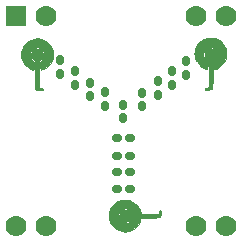
<source format=gbr>
%TF.GenerationSoftware,KiCad,Pcbnew,(6.0.7-1)-1*%
%TF.CreationDate,2022-10-05T00:05:41-06:00*%
%TF.ProjectId,FluxCapacitor,466c7578-4361-4706-9163-69746f722e6b,rev?*%
%TF.SameCoordinates,Original*%
%TF.FileFunction,Soldermask,Top*%
%TF.FilePolarity,Negative*%
%FSLAX46Y46*%
G04 Gerber Fmt 4.6, Leading zero omitted, Abs format (unit mm)*
G04 Created by KiCad (PCBNEW (6.0.7-1)-1) date 2022-10-05 00:05:41*
%MOMM*%
%LPD*%
G01*
G04 APERTURE LIST*
G04 Aperture macros list*
%AMRoundRect*
0 Rectangle with rounded corners*
0 $1 Rounding radius*
0 $2 $3 $4 $5 $6 $7 $8 $9 X,Y pos of 4 corners*
0 Add a 4 corners polygon primitive as box body*
4,1,4,$2,$3,$4,$5,$6,$7,$8,$9,$2,$3,0*
0 Add four circle primitives for the rounded corners*
1,1,$1+$1,$2,$3*
1,1,$1+$1,$4,$5*
1,1,$1+$1,$6,$7*
1,1,$1+$1,$8,$9*
0 Add four rect primitives between the rounded corners*
20,1,$1+$1,$2,$3,$4,$5,0*
20,1,$1+$1,$4,$5,$6,$7,0*
20,1,$1+$1,$6,$7,$8,$9,0*
20,1,$1+$1,$8,$9,$2,$3,0*%
G04 Aperture macros list end*
%ADD10C,0.010000*%
%ADD11RoundRect,0.160000X0.160000X-0.222500X0.160000X0.222500X-0.160000X0.222500X-0.160000X-0.222500X0*%
%ADD12RoundRect,0.160000X-0.222500X-0.160000X0.222500X-0.160000X0.222500X0.160000X-0.222500X0.160000X0*%
%ADD13R,1.778000X1.778000*%
%ADD14C,1.778000*%
G04 APERTURE END LIST*
%TO.C,Ref\u002A\u002A*%
G36*
X114515210Y-85420569D02*
G01*
X114686224Y-85517164D01*
X114800942Y-85666951D01*
X114849396Y-85860766D01*
X114850334Y-85894334D01*
X114823086Y-86054377D01*
X114752626Y-86203276D01*
X114655875Y-86307235D01*
X114638229Y-86317901D01*
X114599430Y-86346904D01*
X114531000Y-86395144D01*
X114521000Y-86483000D01*
X114521000Y-87133000D01*
X114521346Y-87197875D01*
X114521000Y-87206667D01*
X114521000Y-87373000D01*
X114511000Y-87573000D01*
X114501000Y-87827374D01*
X114491000Y-88012048D01*
X114469334Y-88817429D01*
X114360744Y-88858715D01*
X114254849Y-88883906D01*
X114120273Y-88897277D01*
X113988440Y-88898005D01*
X113890774Y-88885264D01*
X113862556Y-88871778D01*
X113831496Y-88801653D01*
X113871845Y-88747593D01*
X113950750Y-88730019D01*
X114019923Y-88728992D01*
X114073997Y-88720664D01*
X114114548Y-88695869D01*
X114143147Y-88645442D01*
X114161370Y-88560218D01*
X114170789Y-88431031D01*
X114172978Y-88248718D01*
X114169510Y-88004112D01*
X114161960Y-87688048D01*
X114157758Y-87524315D01*
X114128832Y-86394917D01*
X113981583Y-86256044D01*
X113892487Y-86161897D01*
X113848873Y-86074667D01*
X113835044Y-85955939D01*
X113834334Y-85895685D01*
X113841603Y-85753336D01*
X113873807Y-85655549D01*
X113946540Y-85562734D01*
X113978267Y-85530267D01*
X114089309Y-85435580D01*
X114194929Y-85393845D01*
X114297869Y-85386334D01*
X114515210Y-85420569D01*
G37*
D10*
X114515210Y-85420569D02*
X114686224Y-85517164D01*
X114800942Y-85666951D01*
X114849396Y-85860766D01*
X114850334Y-85894334D01*
X114823086Y-86054377D01*
X114752626Y-86203276D01*
X114655875Y-86307235D01*
X114638229Y-86317901D01*
X114599430Y-86346904D01*
X114531000Y-86395144D01*
X114521000Y-86483000D01*
X114521000Y-87133000D01*
X114521346Y-87197875D01*
X114521000Y-87206667D01*
X114521000Y-87373000D01*
X114511000Y-87573000D01*
X114501000Y-87827374D01*
X114491000Y-88012048D01*
X114469334Y-88817429D01*
X114360744Y-88858715D01*
X114254849Y-88883906D01*
X114120273Y-88897277D01*
X113988440Y-88898005D01*
X113890774Y-88885264D01*
X113862556Y-88871778D01*
X113831496Y-88801653D01*
X113871845Y-88747593D01*
X113950750Y-88730019D01*
X114019923Y-88728992D01*
X114073997Y-88720664D01*
X114114548Y-88695869D01*
X114143147Y-88645442D01*
X114161370Y-88560218D01*
X114170789Y-88431031D01*
X114172978Y-88248718D01*
X114169510Y-88004112D01*
X114161960Y-87688048D01*
X114157758Y-87524315D01*
X114128832Y-86394917D01*
X113981583Y-86256044D01*
X113892487Y-86161897D01*
X113848873Y-86074667D01*
X113835044Y-85955939D01*
X113834334Y-85895685D01*
X113841603Y-85753336D01*
X113873807Y-85655549D01*
X113946540Y-85562734D01*
X113978267Y-85530267D01*
X114089309Y-85435580D01*
X114194929Y-85393845D01*
X114297869Y-85386334D01*
X114515210Y-85420569D01*
G36*
X107314858Y-99086778D02*
G01*
X107424187Y-99162043D01*
X107469584Y-99205195D01*
X107543023Y-99274135D01*
X107587256Y-99343000D01*
X107657256Y-99383000D01*
X107817256Y-99383000D01*
X108017256Y-99393000D01*
X108182183Y-99393000D01*
X108419715Y-99394941D01*
X108693482Y-99402792D01*
X108979266Y-99408791D01*
X109157423Y-99411322D01*
X109919423Y-99419834D01*
X109940590Y-99272147D01*
X109978598Y-99153225D01*
X110035840Y-99110293D01*
X110077612Y-99113508D01*
X110100100Y-99155343D01*
X110108894Y-99253522D01*
X110109923Y-99345138D01*
X110101276Y-99492007D01*
X110078959Y-99610524D01*
X110057006Y-99660711D01*
X110030604Y-99680743D01*
X109980432Y-99697124D01*
X109897377Y-99710530D01*
X109772324Y-99721635D01*
X109596159Y-99731115D01*
X109359768Y-99739645D01*
X109054038Y-99747899D01*
X108801407Y-99753710D01*
X108450148Y-99761712D01*
X108177256Y-99763000D01*
X107617256Y-99763000D01*
X107577256Y-99823000D01*
X107554050Y-99846530D01*
X107539420Y-99864816D01*
X107407323Y-99985575D01*
X107231504Y-100055818D01*
X107041495Y-100067482D01*
X106913756Y-100035613D01*
X106761251Y-99934970D01*
X106662567Y-99793536D01*
X106615826Y-99628640D01*
X106619151Y-99457612D01*
X106670664Y-99297782D01*
X106768488Y-99166480D01*
X106910746Y-99081035D01*
X107019590Y-99058753D01*
X107191204Y-99055997D01*
X107314858Y-99086778D01*
G37*
X107314858Y-99086778D02*
X107424187Y-99162043D01*
X107469584Y-99205195D01*
X107543023Y-99274135D01*
X107587256Y-99343000D01*
X107657256Y-99383000D01*
X107817256Y-99383000D01*
X108017256Y-99393000D01*
X108182183Y-99393000D01*
X108419715Y-99394941D01*
X108693482Y-99402792D01*
X108979266Y-99408791D01*
X109157423Y-99411322D01*
X109919423Y-99419834D01*
X109940590Y-99272147D01*
X109978598Y-99153225D01*
X110035840Y-99110293D01*
X110077612Y-99113508D01*
X110100100Y-99155343D01*
X110108894Y-99253522D01*
X110109923Y-99345138D01*
X110101276Y-99492007D01*
X110078959Y-99610524D01*
X110057006Y-99660711D01*
X110030604Y-99680743D01*
X109980432Y-99697124D01*
X109897377Y-99710530D01*
X109772324Y-99721635D01*
X109596159Y-99731115D01*
X109359768Y-99739645D01*
X109054038Y-99747899D01*
X108801407Y-99753710D01*
X108450148Y-99761712D01*
X108177256Y-99763000D01*
X107617256Y-99763000D01*
X107577256Y-99823000D01*
X107554050Y-99846530D01*
X107539420Y-99864816D01*
X107407323Y-99985575D01*
X107231504Y-100055818D01*
X107041495Y-100067482D01*
X106913756Y-100035613D01*
X106761251Y-99934970D01*
X106662567Y-99793536D01*
X106615826Y-99628640D01*
X106619151Y-99457612D01*
X106670664Y-99297782D01*
X106768488Y-99166480D01*
X106910746Y-99081035D01*
X107019590Y-99058753D01*
X107191204Y-99055997D01*
X107314858Y-99086778D01*
G36*
X99769537Y-85440744D02*
G01*
X99876733Y-85488468D01*
X99981372Y-85573581D01*
X100077076Y-85670446D01*
X100123783Y-85756496D01*
X100138636Y-85871097D01*
X100139500Y-85936667D01*
X100132863Y-86074792D01*
X100101518Y-86167959D01*
X100028314Y-86255540D01*
X99981320Y-86299800D01*
X99823140Y-86444762D01*
X99794696Y-87585224D01*
X99766252Y-88725687D01*
X99868209Y-88747695D01*
X99986410Y-88770925D01*
X100054834Y-88782515D01*
X100123763Y-88819439D01*
X100139500Y-88858247D01*
X100102004Y-88899104D01*
X100006719Y-88925042D01*
X99879450Y-88934577D01*
X99746002Y-88926226D01*
X99632179Y-88898508D01*
X99610334Y-88888648D01*
X99504500Y-88834162D01*
X99472141Y-87636169D01*
X99439781Y-86438175D01*
X99316217Y-86334202D01*
X99187942Y-86180144D01*
X99129417Y-86006828D01*
X99134812Y-85830792D01*
X99198298Y-85668575D01*
X99314047Y-85536717D01*
X99476228Y-85451756D01*
X99635370Y-85428667D01*
X99769537Y-85440744D01*
G37*
X99769537Y-85440744D02*
X99876733Y-85488468D01*
X99981372Y-85573581D01*
X100077076Y-85670446D01*
X100123783Y-85756496D01*
X100138636Y-85871097D01*
X100139500Y-85936667D01*
X100132863Y-86074792D01*
X100101518Y-86167959D01*
X100028314Y-86255540D01*
X99981320Y-86299800D01*
X99823140Y-86444762D01*
X99794696Y-87585224D01*
X99766252Y-88725687D01*
X99868209Y-88747695D01*
X99986410Y-88770925D01*
X100054834Y-88782515D01*
X100123763Y-88819439D01*
X100139500Y-88858247D01*
X100102004Y-88899104D01*
X100006719Y-88925042D01*
X99879450Y-88934577D01*
X99746002Y-88926226D01*
X99632179Y-88898508D01*
X99610334Y-88888648D01*
X99504500Y-88834162D01*
X99472141Y-87636169D01*
X99439781Y-86438175D01*
X99316217Y-86334202D01*
X99187942Y-86180144D01*
X99129417Y-86006828D01*
X99134812Y-85830792D01*
X99198298Y-85668575D01*
X99314047Y-85536717D01*
X99476228Y-85451756D01*
X99635370Y-85428667D01*
X99769537Y-85440744D01*
G36*
X114668266Y-84543438D02*
G01*
X114945011Y-84647224D01*
X115196460Y-84812904D01*
X115411093Y-85040199D01*
X115562239Y-85294998D01*
X115627387Y-85458943D01*
X115661472Y-85617531D01*
X115672635Y-85811729D01*
X115672839Y-85851595D01*
X115634050Y-86192569D01*
X115520143Y-86497194D01*
X115334805Y-86759438D01*
X115081724Y-86973271D01*
X114934992Y-87058099D01*
X114780362Y-87132602D01*
X114681802Y-87160754D01*
X114621000Y-87132595D01*
X114611000Y-87042595D01*
X114611000Y-86642595D01*
X114621000Y-86534189D01*
X114631783Y-86459781D01*
X114691000Y-86412595D01*
X114761000Y-86352595D01*
X114901000Y-86182595D01*
X114943131Y-85981267D01*
X114943644Y-85794810D01*
X114887841Y-85619816D01*
X114783862Y-85468603D01*
X114639850Y-85353488D01*
X114463945Y-85286789D01*
X114264288Y-85280822D01*
X114076790Y-85334977D01*
X113896150Y-85454919D01*
X113775573Y-85617256D01*
X113716654Y-85804622D01*
X113720988Y-85999648D01*
X113790170Y-86184966D01*
X113925797Y-86343210D01*
X113980479Y-86383330D01*
X114033389Y-86423772D01*
X114051000Y-86473490D01*
X114051000Y-87112595D01*
X114023537Y-87160834D01*
X113942145Y-87154780D01*
X113811486Y-87103445D01*
X113765034Y-87082543D01*
X113528932Y-86937725D01*
X113311730Y-86735701D01*
X113141624Y-86503421D01*
X113122165Y-86468115D01*
X113067418Y-86353998D01*
X113033698Y-86247774D01*
X112991000Y-86132595D01*
X112971000Y-85972595D01*
X112961000Y-85822595D01*
X112971000Y-85672595D01*
X112991000Y-85502595D01*
X113021000Y-85382595D01*
X113061000Y-85282595D01*
X113151000Y-85122595D01*
X113291000Y-84942595D01*
X113538710Y-84752792D01*
X113801445Y-84606222D01*
X114084963Y-84522659D01*
X114377743Y-84501823D01*
X114668266Y-84543438D01*
G37*
X114668266Y-84543438D02*
X114945011Y-84647224D01*
X115196460Y-84812904D01*
X115411093Y-85040199D01*
X115562239Y-85294998D01*
X115627387Y-85458943D01*
X115661472Y-85617531D01*
X115672635Y-85811729D01*
X115672839Y-85851595D01*
X115634050Y-86192569D01*
X115520143Y-86497194D01*
X115334805Y-86759438D01*
X115081724Y-86973271D01*
X114934992Y-87058099D01*
X114780362Y-87132602D01*
X114681802Y-87160754D01*
X114621000Y-87132595D01*
X114611000Y-87042595D01*
X114611000Y-86642595D01*
X114621000Y-86534189D01*
X114631783Y-86459781D01*
X114691000Y-86412595D01*
X114761000Y-86352595D01*
X114901000Y-86182595D01*
X114943131Y-85981267D01*
X114943644Y-85794810D01*
X114887841Y-85619816D01*
X114783862Y-85468603D01*
X114639850Y-85353488D01*
X114463945Y-85286789D01*
X114264288Y-85280822D01*
X114076790Y-85334977D01*
X113896150Y-85454919D01*
X113775573Y-85617256D01*
X113716654Y-85804622D01*
X113720988Y-85999648D01*
X113790170Y-86184966D01*
X113925797Y-86343210D01*
X113980479Y-86383330D01*
X114033389Y-86423772D01*
X114051000Y-86473490D01*
X114051000Y-87112595D01*
X114023537Y-87160834D01*
X113942145Y-87154780D01*
X113811486Y-87103445D01*
X113765034Y-87082543D01*
X113528932Y-86937725D01*
X113311730Y-86735701D01*
X113141624Y-86503421D01*
X113122165Y-86468115D01*
X113067418Y-86353998D01*
X113033698Y-86247774D01*
X112991000Y-86132595D01*
X112971000Y-85972595D01*
X112961000Y-85822595D01*
X112971000Y-85672595D01*
X112991000Y-85502595D01*
X113021000Y-85382595D01*
X113061000Y-85282595D01*
X113151000Y-85122595D01*
X113291000Y-84942595D01*
X113538710Y-84752792D01*
X113801445Y-84606222D01*
X114084963Y-84522659D01*
X114377743Y-84501823D01*
X114668266Y-84543438D01*
G36*
X99977614Y-84586406D02*
G01*
X100254182Y-84689653D01*
X100505012Y-84855337D01*
X100718413Y-85083464D01*
X100837443Y-85276731D01*
X100916578Y-85442490D01*
X100961071Y-85575574D01*
X100980405Y-85715567D01*
X100984112Y-85888971D01*
X100975738Y-86094416D01*
X100946719Y-86256184D01*
X100889110Y-86414304D01*
X100872572Y-86450931D01*
X100704618Y-86726179D01*
X100483258Y-86954064D01*
X100233425Y-87113203D01*
X100084696Y-87179638D01*
X99989717Y-87203607D01*
X99936443Y-87175397D01*
X99912830Y-87085296D01*
X99906833Y-86923591D01*
X99906667Y-86849716D01*
X99908124Y-86674652D01*
X99916426Y-86563043D01*
X99937466Y-86493684D01*
X99977139Y-86445368D01*
X100030370Y-86404681D01*
X100171075Y-86257144D01*
X100247680Y-86073598D01*
X100259597Y-85874025D01*
X100206236Y-85678407D01*
X100087008Y-85506724D01*
X100057667Y-85479167D01*
X99862810Y-85355514D01*
X99656595Y-85315655D01*
X99441216Y-85359867D01*
X99368989Y-85392702D01*
X99188117Y-85526057D01*
X99071470Y-85696510D01*
X99021005Y-85887647D01*
X99038678Y-86083053D01*
X99126444Y-86266314D01*
X99249654Y-86394105D01*
X99301605Y-86441286D01*
X99333270Y-86496458D01*
X99349620Y-86580504D01*
X99355624Y-86714304D01*
X99356334Y-86842343D01*
X99354272Y-87029804D01*
X99340958Y-87143369D01*
X99305698Y-87193806D01*
X99237799Y-87191884D01*
X99126568Y-87148369D01*
X99075367Y-87125282D01*
X98839266Y-86980463D01*
X98622063Y-86778439D01*
X98451957Y-86546160D01*
X98432498Y-86510853D01*
X98377751Y-86396737D01*
X98344031Y-86290512D01*
X98311000Y-86165433D01*
X98291000Y-86003000D01*
X98291000Y-85894334D01*
X98301000Y-85693923D01*
X98334291Y-85551333D01*
X98360036Y-85439816D01*
X98404571Y-85332622D01*
X98432498Y-85277814D01*
X98617949Y-85006547D01*
X98847818Y-84797686D01*
X99110411Y-84651237D01*
X99394036Y-84567203D01*
X99687001Y-84545591D01*
X99977614Y-84586406D01*
G37*
X99977614Y-84586406D02*
X100254182Y-84689653D01*
X100505012Y-84855337D01*
X100718413Y-85083464D01*
X100837443Y-85276731D01*
X100916578Y-85442490D01*
X100961071Y-85575574D01*
X100980405Y-85715567D01*
X100984112Y-85888971D01*
X100975738Y-86094416D01*
X100946719Y-86256184D01*
X100889110Y-86414304D01*
X100872572Y-86450931D01*
X100704618Y-86726179D01*
X100483258Y-86954064D01*
X100233425Y-87113203D01*
X100084696Y-87179638D01*
X99989717Y-87203607D01*
X99936443Y-87175397D01*
X99912830Y-87085296D01*
X99906833Y-86923591D01*
X99906667Y-86849716D01*
X99908124Y-86674652D01*
X99916426Y-86563043D01*
X99937466Y-86493684D01*
X99977139Y-86445368D01*
X100030370Y-86404681D01*
X100171075Y-86257144D01*
X100247680Y-86073598D01*
X100259597Y-85874025D01*
X100206236Y-85678407D01*
X100087008Y-85506724D01*
X100057667Y-85479167D01*
X99862810Y-85355514D01*
X99656595Y-85315655D01*
X99441216Y-85359867D01*
X99368989Y-85392702D01*
X99188117Y-85526057D01*
X99071470Y-85696510D01*
X99021005Y-85887647D01*
X99038678Y-86083053D01*
X99126444Y-86266314D01*
X99249654Y-86394105D01*
X99301605Y-86441286D01*
X99333270Y-86496458D01*
X99349620Y-86580504D01*
X99355624Y-86714304D01*
X99356334Y-86842343D01*
X99354272Y-87029804D01*
X99340958Y-87143369D01*
X99305698Y-87193806D01*
X99237799Y-87191884D01*
X99126568Y-87148369D01*
X99075367Y-87125282D01*
X98839266Y-86980463D01*
X98622063Y-86778439D01*
X98451957Y-86546160D01*
X98432498Y-86510853D01*
X98377751Y-86396737D01*
X98344031Y-86290512D01*
X98311000Y-86165433D01*
X98291000Y-86003000D01*
X98291000Y-85894334D01*
X98301000Y-85693923D01*
X98334291Y-85551333D01*
X98360036Y-85439816D01*
X98404571Y-85332622D01*
X98432498Y-85277814D01*
X98617949Y-85006547D01*
X98847818Y-84797686D01*
X99110411Y-84651237D01*
X99394036Y-84567203D01*
X99687001Y-84545591D01*
X99977614Y-84586406D01*
G36*
X107391572Y-98246997D02*
G01*
X107627524Y-98327712D01*
X107883936Y-98483911D01*
X108106101Y-98694118D01*
X108273650Y-98937108D01*
X108328194Y-99057816D01*
X108374956Y-99185869D01*
X108406621Y-99278457D01*
X108415443Y-99310588D01*
X108376109Y-99309166D01*
X107747919Y-99309166D01*
X107681575Y-99304013D01*
X107643883Y-99271189D01*
X107618768Y-99224236D01*
X107517472Y-99095507D01*
X107358807Y-99000646D01*
X107167501Y-98952822D01*
X107103109Y-98949603D01*
X106882487Y-98986969D01*
X106704958Y-99092267D01*
X106579929Y-99255749D01*
X106516807Y-99467670D01*
X106511000Y-99563000D01*
X106546957Y-99791436D01*
X106648553Y-99975300D01*
X106806382Y-100104845D01*
X107011035Y-100170325D01*
X107103109Y-100176396D01*
X107294612Y-100147646D01*
X107465874Y-100070312D01*
X107589186Y-99958132D01*
X107609897Y-99925098D01*
X107646109Y-99889166D01*
X107696109Y-99869166D01*
X108386109Y-99869166D01*
X108367048Y-99964798D01*
X108326561Y-100078980D01*
X108311776Y-100114676D01*
X108154763Y-100385514D01*
X107937210Y-100607464D01*
X107672099Y-100773622D01*
X107372414Y-100877086D01*
X107051137Y-100910954D01*
X106846214Y-100893881D01*
X106547767Y-100805854D01*
X106271512Y-100646260D01*
X106034099Y-100428015D01*
X105852175Y-100164035D01*
X105819542Y-100097348D01*
X105755102Y-99880773D01*
X105728872Y-99622237D01*
X105740715Y-99355265D01*
X105790493Y-99113380D01*
X105823929Y-99024532D01*
X105990979Y-98748605D01*
X106213675Y-98524275D01*
X106478550Y-98356746D01*
X106772136Y-98251222D01*
X107080965Y-98212904D01*
X107391572Y-98246997D01*
G37*
X107391572Y-98246997D02*
X107627524Y-98327712D01*
X107883936Y-98483911D01*
X108106101Y-98694118D01*
X108273650Y-98937108D01*
X108328194Y-99057816D01*
X108374956Y-99185869D01*
X108406621Y-99278457D01*
X108415443Y-99310588D01*
X108376109Y-99309166D01*
X107747919Y-99309166D01*
X107681575Y-99304013D01*
X107643883Y-99271189D01*
X107618768Y-99224236D01*
X107517472Y-99095507D01*
X107358807Y-99000646D01*
X107167501Y-98952822D01*
X107103109Y-98949603D01*
X106882487Y-98986969D01*
X106704958Y-99092267D01*
X106579929Y-99255749D01*
X106516807Y-99467670D01*
X106511000Y-99563000D01*
X106546957Y-99791436D01*
X106648553Y-99975300D01*
X106806382Y-100104845D01*
X107011035Y-100170325D01*
X107103109Y-100176396D01*
X107294612Y-100147646D01*
X107465874Y-100070312D01*
X107589186Y-99958132D01*
X107609897Y-99925098D01*
X107646109Y-99889166D01*
X107696109Y-99869166D01*
X108386109Y-99869166D01*
X108367048Y-99964798D01*
X108326561Y-100078980D01*
X108311776Y-100114676D01*
X108154763Y-100385514D01*
X107937210Y-100607464D01*
X107672099Y-100773622D01*
X107372414Y-100877086D01*
X107051137Y-100910954D01*
X106846214Y-100893881D01*
X106547767Y-100805854D01*
X106271512Y-100646260D01*
X106034099Y-100428015D01*
X105852175Y-100164035D01*
X105819542Y-100097348D01*
X105755102Y-99880773D01*
X105728872Y-99622237D01*
X105740715Y-99355265D01*
X105790493Y-99113380D01*
X105823929Y-99024532D01*
X105990979Y-98748605D01*
X106213675Y-98524275D01*
X106478550Y-98356746D01*
X106772136Y-98251222D01*
X107080965Y-98212904D01*
X107391572Y-98246997D01*
%TD*%
D11*
%TO.C,DCNTR1*%
X106930000Y-91315000D03*
X106930000Y-90170000D03*
%TD*%
%TO.C,D2*%
X101600000Y-87562500D03*
X101600000Y-86417500D03*
%TD*%
D12*
%TO.C,D7*%
X106370000Y-94488000D03*
X107515000Y-94488000D03*
%TD*%
D11*
%TO.C,D6*%
X111030000Y-88470000D03*
X111030000Y-87325000D03*
%TD*%
%TO.C,D9*%
X109840000Y-89350000D03*
X109840000Y-88205000D03*
%TD*%
%TO.C,D8*%
X104140000Y-89472500D03*
X104140000Y-88327500D03*
%TD*%
D12*
%TO.C,D1*%
X106400000Y-97282000D03*
X107545000Y-97282000D03*
%TD*%
D11*
%TO.C,D12*%
X108520000Y-90295000D03*
X108520000Y-89150000D03*
%TD*%
D13*
%TO.C,U2*%
X97877500Y-82637500D03*
D14*
X100417500Y-82637500D03*
X113117500Y-82637500D03*
X115657500Y-82637500D03*
X97877500Y-100417500D03*
X100417500Y-100417500D03*
X113117500Y-100417500D03*
X115657500Y-100417500D03*
%TD*%
D12*
%TO.C,D4*%
X106375000Y-95885000D03*
X107520000Y-95885000D03*
%TD*%
D11*
%TO.C,D11*%
X105410000Y-90245000D03*
X105410000Y-89100000D03*
%TD*%
D12*
%TO.C,D10*%
X106380000Y-92964000D03*
X107525000Y-92964000D03*
%TD*%
D11*
%TO.C,D3*%
X112250000Y-87622500D03*
X112250000Y-86477500D03*
%TD*%
%TO.C,D5*%
X102870000Y-88505000D03*
X102870000Y-87360000D03*
%TD*%
M02*

</source>
